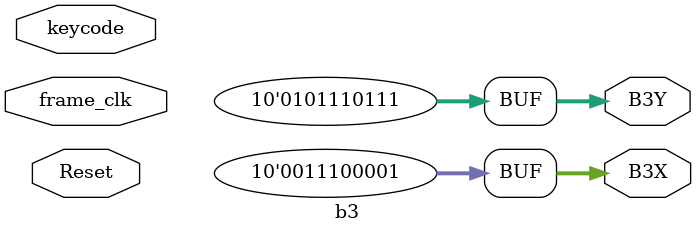
<source format=sv>



module  b3 ( input Reset, frame_clk, input [7:0] keycode,
               output [9:0]  B3X, B3Y);
    
       
    assign B3X = 225;
   
    assign B3Y = 375;
    

endmodule

</source>
